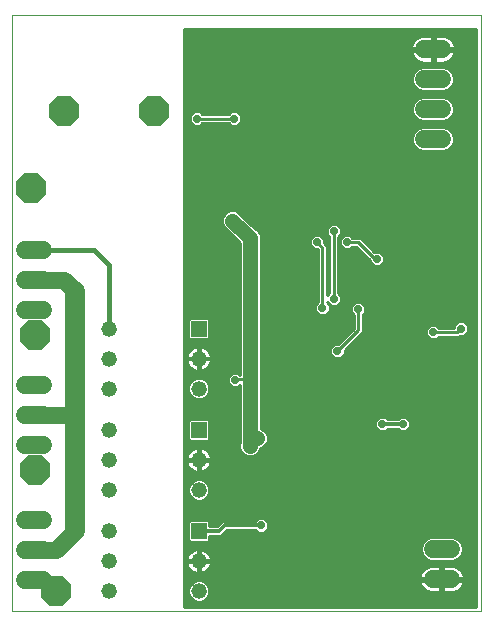
<source format=gbl>
G75*
G70*
%OFA0B0*%
%FSLAX24Y24*%
%IPPOS*%
%LPD*%
%AMOC8*
5,1,8,0,0,1.08239X$1,22.5*
%
%ADD10C,0.0000*%
%ADD11C,0.0594*%
%ADD12R,0.0520X0.0520*%
%ADD13C,0.0520*%
%ADD14C,0.0600*%
%ADD15OC8,0.1005*%
%ADD16OC8,0.1000*%
%ADD17C,0.0277*%
%ADD18C,0.0100*%
%ADD19C,0.0500*%
%ADD20C,0.0240*%
%ADD21C,0.0120*%
%ADD22C,0.0560*%
%ADD23C,0.0660*%
%ADD24C,0.0160*%
D10*
X001569Y001508D02*
X001569Y021380D01*
X017226Y021380D01*
X017226Y001508D01*
X001569Y001508D01*
D11*
X015316Y017238D02*
X015909Y017238D01*
X015909Y018238D02*
X015316Y018238D01*
X015316Y019238D02*
X015909Y019238D01*
X015909Y020238D02*
X015316Y020238D01*
X015603Y003575D02*
X016197Y003575D01*
X016197Y002575D02*
X015603Y002575D01*
D12*
X007800Y004175D03*
X007800Y007550D03*
X007800Y010925D03*
D13*
X007800Y009925D03*
X007800Y008925D03*
X007800Y006550D03*
X007800Y005550D03*
X007800Y003175D03*
X007800Y002175D03*
X004800Y002175D03*
X004800Y003175D03*
X004800Y004175D03*
X004800Y005550D03*
X004800Y006550D03*
X004800Y007550D03*
X004800Y008925D03*
X004800Y009925D03*
X004800Y010925D03*
D14*
X002600Y011550D02*
X002000Y011550D01*
X002000Y012550D02*
X002600Y012550D01*
X002600Y013550D02*
X002000Y013550D01*
X002000Y009050D02*
X002600Y009050D01*
X002600Y008050D02*
X002000Y008050D01*
X002000Y007050D02*
X002600Y007050D01*
X002600Y004550D02*
X002000Y004550D01*
X002000Y003550D02*
X002600Y003550D01*
X002600Y002550D02*
X002000Y002550D01*
D15*
X003038Y002163D03*
X002350Y006225D03*
X002350Y010725D03*
X002225Y015600D03*
D16*
X003300Y018175D03*
X006300Y018175D03*
D17*
X007413Y017250D03*
X007738Y017925D03*
X008988Y017925D03*
X007538Y016000D03*
X008925Y014525D03*
X009188Y014263D03*
X008250Y013575D03*
X008000Y011513D03*
X008500Y010825D03*
X009000Y009200D03*
X008975Y008000D03*
X009750Y007263D03*
X009500Y007013D03*
X010300Y006675D03*
X009363Y005425D03*
X009863Y004363D03*
X008550Y002825D03*
X008425Y001950D03*
X012675Y001950D03*
X013675Y001950D03*
X014050Y002450D03*
X014800Y002325D03*
X014925Y006738D03*
X015550Y007300D03*
X014613Y007738D03*
X013925Y007738D03*
X013650Y007038D03*
X014425Y008800D03*
X014188Y010475D03*
X014625Y011225D03*
X015613Y010800D03*
X016550Y010925D03*
X015500Y012200D03*
X013738Y013238D03*
X013625Y013638D03*
X013313Y013138D03*
X012738Y013800D03*
X012300Y014175D03*
X011738Y013800D03*
X011463Y011938D03*
X011925Y011613D03*
X012300Y011925D03*
X013113Y011563D03*
X012425Y010175D03*
X010425Y008050D03*
X010025Y012563D03*
X007475Y020250D03*
X016250Y014638D03*
D18*
X017050Y014608D02*
X009337Y014608D01*
X009435Y014510D02*
X017050Y014510D01*
X017050Y014411D02*
X012402Y014411D01*
X012399Y014414D02*
X012201Y014414D01*
X012061Y014274D01*
X012061Y014076D01*
X012150Y013988D01*
X012150Y012113D01*
X012075Y012038D01*
X012075Y013675D01*
X011976Y013774D01*
X011976Y013899D01*
X011836Y014039D01*
X011639Y014039D01*
X011499Y013899D01*
X011499Y013701D01*
X011639Y013561D01*
X011764Y013561D01*
X011775Y013551D01*
X011775Y011800D01*
X011686Y011712D01*
X011686Y011514D01*
X011826Y011374D01*
X012024Y011374D01*
X012164Y011514D01*
X012164Y011712D01*
X012075Y011800D01*
X012075Y011813D01*
X012201Y011686D01*
X012399Y011686D01*
X012539Y011826D01*
X012539Y012024D01*
X012450Y012113D01*
X012450Y013988D01*
X012539Y014076D01*
X012539Y014274D01*
X012399Y014414D01*
X012500Y014313D02*
X017050Y014313D01*
X017050Y014214D02*
X012539Y014214D01*
X012539Y014116D02*
X017050Y014116D01*
X017050Y014017D02*
X012858Y014017D01*
X012836Y014039D02*
X012639Y014039D01*
X012499Y013899D01*
X012499Y013701D01*
X012639Y013561D01*
X012836Y013561D01*
X012925Y013650D01*
X013050Y013650D01*
X013499Y013202D01*
X013499Y013139D01*
X013639Y012999D01*
X013836Y012999D01*
X013976Y013139D01*
X013976Y013337D01*
X013836Y013476D01*
X013648Y013476D01*
X013262Y013862D01*
X013175Y013950D01*
X012925Y013950D01*
X012836Y014039D01*
X012617Y014017D02*
X012480Y014017D01*
X012450Y013919D02*
X012518Y013919D01*
X012499Y013820D02*
X012450Y013820D01*
X012450Y013722D02*
X012499Y013722D01*
X012450Y013623D02*
X012577Y013623D01*
X012450Y013525D02*
X013176Y013525D01*
X013077Y013623D02*
X012898Y013623D01*
X012738Y013800D02*
X013113Y013800D01*
X013675Y013238D01*
X013738Y013238D01*
X013976Y013229D02*
X017050Y013229D01*
X017050Y013131D02*
X013968Y013131D01*
X013870Y013032D02*
X017050Y013032D01*
X017050Y012934D02*
X012450Y012934D01*
X012450Y013032D02*
X013605Y013032D01*
X013507Y013131D02*
X012450Y013131D01*
X012450Y013229D02*
X013471Y013229D01*
X013373Y013328D02*
X012450Y013328D01*
X012450Y013426D02*
X013274Y013426D01*
X013403Y013722D02*
X017050Y013722D01*
X017050Y013820D02*
X013305Y013820D01*
X013206Y013919D02*
X017050Y013919D01*
X017050Y013623D02*
X013502Y013623D01*
X013600Y013525D02*
X017050Y013525D01*
X017050Y013426D02*
X013887Y013426D01*
X013976Y013328D02*
X017050Y013328D01*
X017050Y012835D02*
X012450Y012835D01*
X012450Y012737D02*
X017050Y012737D01*
X017050Y012638D02*
X012450Y012638D01*
X012450Y012540D02*
X017050Y012540D01*
X017050Y012441D02*
X012450Y012441D01*
X012450Y012343D02*
X017050Y012343D01*
X017050Y012244D02*
X012450Y012244D01*
X012450Y012146D02*
X017050Y012146D01*
X017050Y012047D02*
X012516Y012047D01*
X012539Y011949D02*
X017050Y011949D01*
X017050Y011850D02*
X012539Y011850D01*
X012464Y011752D02*
X012964Y011752D01*
X013014Y011801D02*
X012874Y011662D01*
X012874Y011464D01*
X012963Y011375D01*
X012963Y010925D01*
X012452Y010414D01*
X012326Y010414D01*
X012186Y010274D01*
X012186Y010076D01*
X012326Y009936D01*
X012524Y009936D01*
X012664Y010076D01*
X012664Y010202D01*
X013175Y010713D01*
X013262Y010801D01*
X013262Y011375D01*
X013351Y011464D01*
X013351Y011662D01*
X013211Y011801D01*
X013014Y011801D01*
X012874Y011653D02*
X012164Y011653D01*
X012164Y011555D02*
X012874Y011555D01*
X012881Y011456D02*
X012106Y011456D01*
X011925Y011613D02*
X011925Y013613D01*
X011738Y013800D01*
X011976Y013820D02*
X012150Y013820D01*
X012150Y013722D02*
X012028Y013722D01*
X012075Y013623D02*
X012150Y013623D01*
X012150Y013525D02*
X012075Y013525D01*
X012075Y013426D02*
X012150Y013426D01*
X012150Y013328D02*
X012075Y013328D01*
X012075Y013229D02*
X012150Y013229D01*
X012150Y013131D02*
X012075Y013131D01*
X012075Y013032D02*
X012150Y013032D01*
X012150Y012934D02*
X012075Y012934D01*
X012075Y012835D02*
X012150Y012835D01*
X012150Y012737D02*
X012075Y012737D01*
X012075Y012638D02*
X012150Y012638D01*
X012150Y012540D02*
X012075Y012540D01*
X012075Y012441D02*
X012150Y012441D01*
X012150Y012343D02*
X012075Y012343D01*
X012075Y012244D02*
X012150Y012244D01*
X012150Y012146D02*
X012075Y012146D01*
X012075Y012047D02*
X012084Y012047D01*
X012300Y011925D02*
X012300Y014175D01*
X012120Y014017D02*
X011858Y014017D01*
X011957Y013919D02*
X012150Y013919D01*
X012061Y014116D02*
X009835Y014116D01*
X009844Y014094D02*
X009822Y014148D01*
X009814Y014156D01*
X009809Y014167D01*
X009765Y014205D01*
X009723Y014247D01*
X009713Y014251D01*
X009552Y014393D01*
X009123Y014822D01*
X008995Y014875D01*
X008855Y014875D01*
X008727Y014822D01*
X008628Y014723D01*
X008575Y014595D01*
X008575Y014456D01*
X008628Y014327D01*
X009024Y013931D01*
X009029Y013921D01*
X009073Y013882D01*
X009114Y013841D01*
X009125Y013837D01*
X009175Y013792D01*
X009175Y009388D01*
X009150Y009388D01*
X009099Y009439D01*
X008901Y009439D01*
X008761Y009299D01*
X008761Y009101D01*
X008901Y008961D01*
X009099Y008961D01*
X009175Y009038D01*
X009175Y007511D01*
X009161Y007498D01*
X009161Y007315D01*
X009175Y007302D01*
X009175Y007143D01*
X009150Y007082D01*
X009150Y006943D01*
X009203Y006814D01*
X009302Y006716D01*
X009430Y006663D01*
X009570Y006663D01*
X009698Y006716D01*
X009822Y006839D01*
X009859Y006929D01*
X009948Y006966D01*
X010047Y007064D01*
X010100Y007193D01*
X010100Y007332D01*
X010047Y007461D01*
X009948Y007559D01*
X009875Y007590D01*
X009875Y008432D01*
X009875Y013892D01*
X009879Y013903D01*
X009875Y013961D01*
X009875Y014020D01*
X009871Y014030D01*
X009870Y014041D01*
X009844Y014094D01*
X009875Y014017D02*
X011617Y014017D01*
X011518Y013919D02*
X009878Y013919D01*
X009875Y013820D02*
X011499Y013820D01*
X011499Y013722D02*
X009875Y013722D01*
X009875Y013623D02*
X011577Y013623D01*
X011775Y013525D02*
X009875Y013525D01*
X009875Y013426D02*
X011775Y013426D01*
X011775Y013328D02*
X009875Y013328D01*
X009875Y013229D02*
X011775Y013229D01*
X011775Y013131D02*
X009875Y013131D01*
X009875Y013032D02*
X011775Y013032D01*
X011775Y012934D02*
X009875Y012934D01*
X009875Y012835D02*
X011775Y012835D01*
X011775Y012737D02*
X009875Y012737D01*
X009875Y012638D02*
X011775Y012638D01*
X011775Y012540D02*
X009875Y012540D01*
X009875Y012441D02*
X011775Y012441D01*
X011775Y012343D02*
X009875Y012343D01*
X009875Y012244D02*
X011775Y012244D01*
X011775Y012146D02*
X009875Y012146D01*
X009875Y012047D02*
X011775Y012047D01*
X011775Y011949D02*
X009875Y011949D01*
X009875Y011850D02*
X011775Y011850D01*
X011726Y011752D02*
X009875Y011752D01*
X009875Y011653D02*
X011686Y011653D01*
X011686Y011555D02*
X009875Y011555D01*
X009875Y011456D02*
X011744Y011456D01*
X012124Y011752D02*
X012136Y011752D01*
X012903Y010865D02*
X009875Y010865D01*
X009875Y010767D02*
X012804Y010767D01*
X012706Y010668D02*
X009875Y010668D01*
X009875Y010570D02*
X012607Y010570D01*
X012509Y010471D02*
X009875Y010471D01*
X009875Y010373D02*
X012285Y010373D01*
X012186Y010274D02*
X009875Y010274D01*
X009875Y010176D02*
X012186Y010176D01*
X012186Y010077D02*
X009875Y010077D01*
X009875Y009979D02*
X012284Y009979D01*
X012425Y010175D02*
X013113Y010863D01*
X013113Y011563D01*
X013351Y011555D02*
X017050Y011555D01*
X017050Y011653D02*
X013351Y011653D01*
X013261Y011752D02*
X017050Y011752D01*
X017050Y011456D02*
X013344Y011456D01*
X013262Y011358D02*
X017050Y011358D01*
X017050Y011259D02*
X013262Y011259D01*
X013262Y011161D02*
X016448Y011161D01*
X016451Y011164D02*
X016311Y011024D01*
X016311Y010950D01*
X015800Y010950D01*
X015711Y011039D01*
X015514Y011039D01*
X015374Y010899D01*
X015374Y010701D01*
X015514Y010561D01*
X015711Y010561D01*
X015800Y010650D01*
X016487Y010650D01*
X016523Y010686D01*
X016649Y010686D01*
X016789Y010826D01*
X016789Y011024D01*
X016649Y011164D01*
X016451Y011164D01*
X016349Y011062D02*
X013262Y011062D01*
X013262Y010964D02*
X015438Y010964D01*
X015374Y010865D02*
X013262Y010865D01*
X013229Y010767D02*
X015374Y010767D01*
X015407Y010668D02*
X013130Y010668D01*
X013032Y010570D02*
X015505Y010570D01*
X015720Y010570D02*
X017050Y010570D01*
X017050Y010668D02*
X016505Y010668D01*
X016425Y010800D02*
X016550Y010925D01*
X016425Y010800D02*
X015613Y010800D01*
X015787Y010964D02*
X016311Y010964D01*
X016652Y011161D02*
X017050Y011161D01*
X017050Y011062D02*
X016751Y011062D01*
X016789Y010964D02*
X017050Y010964D01*
X017050Y010865D02*
X016789Y010865D01*
X016729Y010767D02*
X017050Y010767D01*
X017050Y010471D02*
X012933Y010471D01*
X012835Y010373D02*
X017050Y010373D01*
X017050Y010274D02*
X012736Y010274D01*
X012664Y010176D02*
X017050Y010176D01*
X017050Y010077D02*
X012664Y010077D01*
X012566Y009979D02*
X017050Y009979D01*
X017050Y009880D02*
X009875Y009880D01*
X009875Y009782D02*
X017050Y009782D01*
X017050Y009683D02*
X009875Y009683D01*
X009875Y009585D02*
X017050Y009585D01*
X017050Y009486D02*
X009875Y009486D01*
X009875Y009388D02*
X017050Y009388D01*
X017050Y009289D02*
X009875Y009289D01*
X009875Y009191D02*
X017050Y009191D01*
X017050Y009092D02*
X009875Y009092D01*
X009875Y008994D02*
X017050Y008994D01*
X017050Y008895D02*
X009875Y008895D01*
X009875Y008797D02*
X017050Y008797D01*
X017050Y008698D02*
X009875Y008698D01*
X009875Y008600D02*
X017050Y008600D01*
X017050Y008501D02*
X009875Y008501D01*
X009875Y008403D02*
X017050Y008403D01*
X017050Y008304D02*
X009875Y008304D01*
X009875Y008206D02*
X017050Y008206D01*
X017050Y008107D02*
X009875Y008107D01*
X009875Y008009D02*
X017050Y008009D01*
X017050Y007910D02*
X014778Y007910D01*
X014711Y007976D02*
X014851Y007837D01*
X014851Y007639D01*
X014711Y007499D01*
X014514Y007499D01*
X014435Y007578D01*
X014103Y007578D01*
X014024Y007499D01*
X013826Y007499D01*
X013686Y007639D01*
X013686Y007837D01*
X013826Y007976D01*
X014024Y007976D01*
X014103Y007898D01*
X014435Y007898D01*
X014514Y007976D01*
X014711Y007976D01*
X014851Y007812D02*
X017050Y007812D01*
X017050Y007713D02*
X014851Y007713D01*
X014827Y007615D02*
X017050Y007615D01*
X017050Y007516D02*
X014729Y007516D01*
X014496Y007516D02*
X014041Y007516D01*
X013809Y007516D02*
X009991Y007516D01*
X010065Y007418D02*
X017050Y007418D01*
X017050Y007319D02*
X010100Y007319D01*
X010100Y007221D02*
X017050Y007221D01*
X017050Y007122D02*
X010071Y007122D01*
X010006Y007024D02*
X017050Y007024D01*
X017050Y006925D02*
X009857Y006925D01*
X009809Y006827D02*
X017050Y006827D01*
X017050Y006728D02*
X009710Y006728D01*
X009290Y006728D02*
X008169Y006728D01*
X008180Y006708D02*
X008151Y006765D01*
X008113Y006817D01*
X008067Y006863D01*
X008015Y006901D01*
X007957Y006930D01*
X007896Y006950D01*
X007832Y006960D01*
X007830Y006960D01*
X007830Y006580D01*
X008210Y006580D01*
X008210Y006582D01*
X008200Y006646D01*
X008180Y006708D01*
X008203Y006630D02*
X017050Y006630D01*
X017050Y006531D02*
X007830Y006531D01*
X007830Y006520D02*
X007830Y006580D01*
X007770Y006580D01*
X007770Y006520D01*
X007830Y006520D01*
X007830Y006140D01*
X007832Y006140D01*
X007896Y006150D01*
X007957Y006170D01*
X008015Y006200D01*
X008067Y006237D01*
X008113Y006283D01*
X008151Y006335D01*
X008180Y006393D01*
X008200Y006454D01*
X008210Y006518D01*
X008210Y006520D01*
X007830Y006520D01*
X007770Y006520D02*
X007770Y006140D01*
X007768Y006140D01*
X007704Y006150D01*
X007643Y006170D01*
X007585Y006200D01*
X007533Y006237D01*
X007487Y006283D01*
X007449Y006335D01*
X007420Y006393D01*
X007400Y006454D01*
X007390Y006518D01*
X007390Y006520D01*
X007770Y006520D01*
X007770Y006531D02*
X007300Y006531D01*
X007300Y006433D02*
X007407Y006433D01*
X007450Y006334D02*
X007300Y006334D01*
X007300Y006236D02*
X007535Y006236D01*
X007770Y006236D02*
X007830Y006236D01*
X007830Y006334D02*
X007770Y006334D01*
X007770Y006433D02*
X007830Y006433D01*
X007770Y006580D02*
X007390Y006580D01*
X007390Y006582D01*
X007400Y006646D01*
X007420Y006708D01*
X007449Y006765D01*
X007487Y006817D01*
X007533Y006863D01*
X007585Y006901D01*
X007643Y006930D01*
X007704Y006950D01*
X007768Y006960D01*
X007770Y006960D01*
X007770Y006580D01*
X007770Y006630D02*
X007830Y006630D01*
X007830Y006728D02*
X007770Y006728D01*
X007770Y006827D02*
X007830Y006827D01*
X007830Y006925D02*
X007770Y006925D01*
X007633Y006925D02*
X007300Y006925D01*
X007300Y006827D02*
X007497Y006827D01*
X007431Y006728D02*
X007300Y006728D01*
X007300Y006630D02*
X007397Y006630D01*
X007300Y007024D02*
X009150Y007024D01*
X009157Y006925D02*
X007967Y006925D01*
X008103Y006827D02*
X009198Y006827D01*
X009167Y007122D02*
X007300Y007122D01*
X007300Y007221D02*
X007468Y007221D01*
X007440Y007249D02*
X007499Y007190D01*
X008101Y007190D01*
X008160Y007249D01*
X008160Y007852D01*
X008101Y007910D01*
X007499Y007910D01*
X007440Y007852D01*
X007440Y007249D01*
X007440Y007319D02*
X007300Y007319D01*
X007300Y007418D02*
X007440Y007418D01*
X007440Y007516D02*
X007300Y007516D01*
X007300Y007615D02*
X007440Y007615D01*
X007440Y007713D02*
X007300Y007713D01*
X007300Y007812D02*
X007440Y007812D01*
X007300Y007910D02*
X009175Y007910D01*
X009175Y007812D02*
X008160Y007812D01*
X008160Y007713D02*
X009175Y007713D01*
X009175Y007615D02*
X008160Y007615D01*
X008160Y007516D02*
X009175Y007516D01*
X009161Y007418D02*
X008160Y007418D01*
X008160Y007319D02*
X009161Y007319D01*
X009175Y007221D02*
X008132Y007221D01*
X008193Y006433D02*
X017050Y006433D01*
X017050Y006334D02*
X008150Y006334D01*
X008065Y006236D02*
X017050Y006236D01*
X017050Y006137D02*
X007300Y006137D01*
X007300Y006039D02*
X017050Y006039D01*
X017050Y005940D02*
X007300Y005940D01*
X007300Y005842D02*
X007582Y005842D01*
X007596Y005855D02*
X007495Y005754D01*
X007440Y005622D01*
X007440Y005479D01*
X007495Y005346D01*
X007596Y005245D01*
X007728Y005190D01*
X007872Y005190D01*
X008004Y005245D01*
X008105Y005346D01*
X008160Y005479D01*
X008160Y005622D01*
X008105Y005754D01*
X008004Y005855D01*
X007872Y005910D01*
X007728Y005910D01*
X007596Y005855D01*
X007490Y005743D02*
X007300Y005743D01*
X007300Y005645D02*
X007449Y005645D01*
X007440Y005546D02*
X007300Y005546D01*
X007300Y005448D02*
X007453Y005448D01*
X007494Y005349D02*
X007300Y005349D01*
X007300Y005251D02*
X007590Y005251D01*
X007300Y005152D02*
X017050Y005152D01*
X017050Y005054D02*
X007300Y005054D01*
X007300Y004955D02*
X017050Y004955D01*
X017050Y004857D02*
X007300Y004857D01*
X007300Y004758D02*
X017050Y004758D01*
X017050Y004660D02*
X007300Y004660D01*
X007300Y004561D02*
X009723Y004561D01*
X009685Y004523D02*
X008609Y004523D01*
X008421Y004335D01*
X008160Y004335D01*
X008160Y004477D01*
X008101Y004535D01*
X007499Y004535D01*
X007440Y004477D01*
X007440Y003874D01*
X007499Y003815D01*
X008101Y003815D01*
X008160Y003874D01*
X008160Y004015D01*
X008554Y004015D01*
X008741Y004203D01*
X009685Y004203D01*
X009764Y004124D01*
X009961Y004124D01*
X010101Y004264D01*
X010101Y004462D01*
X009961Y004601D01*
X009764Y004601D01*
X009685Y004523D01*
X010002Y004561D02*
X017050Y004561D01*
X017050Y004463D02*
X010100Y004463D01*
X010101Y004364D02*
X017050Y004364D01*
X017050Y004266D02*
X010101Y004266D01*
X010005Y004167D02*
X017050Y004167D01*
X017050Y004069D02*
X008607Y004069D01*
X008706Y004167D02*
X009720Y004167D01*
X008549Y004463D02*
X008160Y004463D01*
X008160Y004364D02*
X008450Y004364D01*
X008160Y003970D02*
X015520Y003970D01*
X015524Y003972D02*
X015378Y003912D01*
X015267Y003800D01*
X015206Y003654D01*
X015206Y003496D01*
X015267Y003350D01*
X015378Y003239D01*
X015524Y003178D01*
X016276Y003178D01*
X016422Y003239D01*
X016533Y003350D01*
X016594Y003496D01*
X016594Y003654D01*
X016533Y003800D01*
X016422Y003912D01*
X016276Y003972D01*
X015524Y003972D01*
X015338Y003872D02*
X008158Y003872D01*
X008015Y003526D02*
X007957Y003555D01*
X007896Y003575D01*
X007832Y003585D01*
X007830Y003585D01*
X007830Y003205D01*
X008210Y003205D01*
X008210Y003207D01*
X008200Y003271D01*
X008180Y003333D01*
X008151Y003390D01*
X008113Y003442D01*
X008067Y003488D01*
X008015Y003526D01*
X008077Y003478D02*
X015214Y003478D01*
X015206Y003576D02*
X007889Y003576D01*
X007830Y003576D02*
X007770Y003576D01*
X007770Y003585D02*
X007768Y003585D01*
X007704Y003575D01*
X007643Y003555D01*
X007585Y003526D01*
X007533Y003488D01*
X007487Y003442D01*
X007449Y003390D01*
X007420Y003333D01*
X007400Y003271D01*
X007390Y003207D01*
X007390Y003205D01*
X007770Y003205D01*
X007770Y003145D01*
X007830Y003145D01*
X007830Y002765D01*
X007832Y002765D01*
X007896Y002775D01*
X007957Y002795D01*
X008015Y002825D01*
X008067Y002862D01*
X008113Y002908D01*
X008151Y002960D01*
X008180Y003018D01*
X008200Y003079D01*
X008210Y003143D01*
X008210Y003145D01*
X007830Y003145D01*
X007830Y003205D01*
X007770Y003205D01*
X007770Y003585D01*
X007711Y003576D02*
X007300Y003576D01*
X007300Y003478D02*
X007523Y003478D01*
X007444Y003379D02*
X007300Y003379D01*
X007300Y003281D02*
X007403Y003281D01*
X007390Y003145D02*
X007390Y003143D01*
X007400Y003079D01*
X007420Y003018D01*
X007449Y002960D01*
X007487Y002908D01*
X007533Y002862D01*
X007585Y002825D01*
X007643Y002795D01*
X007704Y002775D01*
X007768Y002765D01*
X007770Y002765D01*
X007770Y003145D01*
X007390Y003145D01*
X007399Y003084D02*
X007300Y003084D01*
X007300Y003182D02*
X007770Y003182D01*
X007830Y003182D02*
X015515Y003182D01*
X015568Y003022D02*
X015499Y003011D01*
X015432Y002989D01*
X015369Y002957D01*
X015312Y002916D01*
X015262Y002866D01*
X015221Y002809D01*
X015189Y002747D01*
X015167Y002680D01*
X015158Y002624D01*
X015852Y002624D01*
X015852Y003022D01*
X015568Y003022D01*
X015424Y002985D02*
X008163Y002985D01*
X008201Y003084D02*
X017050Y003084D01*
X017050Y003182D02*
X016285Y003182D01*
X016232Y003022D02*
X015948Y003022D01*
X015948Y002624D01*
X015852Y002624D01*
X015852Y002527D01*
X015948Y002527D01*
X015948Y002128D01*
X016232Y002128D01*
X016301Y002139D01*
X016368Y002161D01*
X016431Y002193D01*
X016488Y002234D01*
X016538Y002284D01*
X016579Y002341D01*
X016611Y002404D01*
X016633Y002471D01*
X016642Y002527D01*
X015948Y002527D01*
X015948Y002624D01*
X016642Y002624D01*
X016633Y002680D01*
X016611Y002747D01*
X016579Y002809D01*
X016538Y002866D01*
X016488Y002916D01*
X016431Y002957D01*
X016368Y002989D01*
X016301Y003011D01*
X016232Y003022D01*
X016376Y002985D02*
X017050Y002985D01*
X017050Y002887D02*
X016517Y002887D01*
X016590Y002788D02*
X017050Y002788D01*
X017050Y002690D02*
X016629Y002690D01*
X016636Y002493D02*
X017050Y002493D01*
X017050Y002591D02*
X015948Y002591D01*
X015852Y002591D02*
X007300Y002591D01*
X007300Y002493D02*
X007626Y002493D01*
X007596Y002480D02*
X007495Y002379D01*
X007440Y002247D01*
X007440Y002104D01*
X007495Y001971D01*
X007596Y001870D01*
X007728Y001815D01*
X007872Y001815D01*
X008004Y001870D01*
X008105Y001971D01*
X008160Y002104D01*
X008160Y002247D01*
X008105Y002379D01*
X008004Y002480D01*
X007872Y002535D01*
X007728Y002535D01*
X007596Y002480D01*
X007510Y002394D02*
X007300Y002394D01*
X007300Y002296D02*
X007460Y002296D01*
X007440Y002197D02*
X007300Y002197D01*
X007300Y002099D02*
X007442Y002099D01*
X007483Y002000D02*
X007300Y002000D01*
X007300Y001902D02*
X007564Y001902D01*
X007300Y001803D02*
X017050Y001803D01*
X017050Y001705D02*
X007300Y001705D01*
X007300Y001658D02*
X007300Y020925D01*
X017050Y020925D01*
X017050Y001658D01*
X007300Y001658D01*
X007974Y002493D02*
X015164Y002493D01*
X015167Y002471D02*
X015189Y002404D01*
X015221Y002341D01*
X015262Y002284D01*
X015312Y002234D01*
X015369Y002193D01*
X015432Y002161D01*
X015499Y002139D01*
X015568Y002128D01*
X015852Y002128D01*
X015852Y002527D01*
X015158Y002527D01*
X015167Y002471D01*
X015194Y002394D02*
X008090Y002394D01*
X008140Y002296D02*
X015254Y002296D01*
X015363Y002197D02*
X008160Y002197D01*
X008158Y002099D02*
X017050Y002099D01*
X017050Y002197D02*
X016437Y002197D01*
X016546Y002296D02*
X017050Y002296D01*
X017050Y002394D02*
X016606Y002394D01*
X017050Y002000D02*
X008117Y002000D01*
X008036Y001902D02*
X017050Y001902D01*
X015948Y002197D02*
X015852Y002197D01*
X015852Y002296D02*
X015948Y002296D01*
X015948Y002394D02*
X015852Y002394D01*
X015852Y002493D02*
X015948Y002493D01*
X015948Y002690D02*
X015852Y002690D01*
X015852Y002788D02*
X015948Y002788D01*
X015948Y002887D02*
X015852Y002887D01*
X015852Y002985D02*
X015948Y002985D01*
X016464Y003281D02*
X017050Y003281D01*
X017050Y003379D02*
X016545Y003379D01*
X016586Y003478D02*
X017050Y003478D01*
X017050Y003576D02*
X016594Y003576D01*
X016585Y003675D02*
X017050Y003675D01*
X017050Y003773D02*
X016544Y003773D01*
X016462Y003872D02*
X017050Y003872D01*
X017050Y003970D02*
X016280Y003970D01*
X015336Y003281D02*
X008197Y003281D01*
X008156Y003379D02*
X015255Y003379D01*
X015215Y003675D02*
X007300Y003675D01*
X007300Y003773D02*
X015256Y003773D01*
X015283Y002887D02*
X008091Y002887D01*
X007936Y002788D02*
X015210Y002788D01*
X015171Y002690D02*
X007300Y002690D01*
X007300Y002788D02*
X007664Y002788D01*
X007770Y002788D02*
X007830Y002788D01*
X007830Y002887D02*
X007770Y002887D01*
X007770Y002985D02*
X007830Y002985D01*
X007830Y003084D02*
X007770Y003084D01*
X007770Y003281D02*
X007830Y003281D01*
X007830Y003379D02*
X007770Y003379D01*
X007770Y003478D02*
X007830Y003478D01*
X007509Y002887D02*
X007300Y002887D01*
X007300Y002985D02*
X007437Y002985D01*
X007442Y003872D02*
X007300Y003872D01*
X007300Y003970D02*
X007440Y003970D01*
X007440Y004069D02*
X007300Y004069D01*
X007300Y004167D02*
X007440Y004167D01*
X007440Y004266D02*
X007300Y004266D01*
X007300Y004364D02*
X007440Y004364D01*
X007440Y004463D02*
X007300Y004463D01*
X008010Y005251D02*
X017050Y005251D01*
X017050Y005349D02*
X008106Y005349D01*
X008147Y005448D02*
X017050Y005448D01*
X017050Y005546D02*
X008160Y005546D01*
X008151Y005645D02*
X017050Y005645D01*
X017050Y005743D02*
X008110Y005743D01*
X008018Y005842D02*
X017050Y005842D01*
X014447Y007910D02*
X014090Y007910D01*
X013760Y007910D02*
X009875Y007910D01*
X009875Y007812D02*
X013686Y007812D01*
X013686Y007713D02*
X009875Y007713D01*
X009875Y007615D02*
X013710Y007615D01*
X012963Y010964D02*
X009875Y010964D01*
X009875Y011062D02*
X012963Y011062D01*
X012963Y011161D02*
X009875Y011161D01*
X009875Y011259D02*
X012963Y011259D01*
X012963Y011358D02*
X009875Y011358D01*
X009550Y011838D02*
X009525Y011863D01*
X009175Y011850D02*
X007300Y011850D01*
X007300Y011752D02*
X009175Y011752D01*
X009175Y011653D02*
X007300Y011653D01*
X007300Y011555D02*
X009175Y011555D01*
X009175Y011456D02*
X007300Y011456D01*
X007300Y011358D02*
X009175Y011358D01*
X009175Y011259D02*
X008127Y011259D01*
X008101Y011285D02*
X008160Y011227D01*
X008160Y010624D01*
X008101Y010565D01*
X007499Y010565D01*
X007440Y010624D01*
X007440Y011227D01*
X007499Y011285D01*
X008101Y011285D01*
X008160Y011161D02*
X009175Y011161D01*
X009175Y011062D02*
X008160Y011062D01*
X008160Y010964D02*
X009175Y010964D01*
X009175Y010865D02*
X008160Y010865D01*
X008160Y010767D02*
X009175Y010767D01*
X009175Y010668D02*
X008160Y010668D01*
X008106Y010570D02*
X009175Y010570D01*
X009175Y010471D02*
X007300Y010471D01*
X007300Y010373D02*
X009175Y010373D01*
X009175Y010274D02*
X008017Y010274D01*
X008015Y010276D02*
X007957Y010305D01*
X007896Y010325D01*
X007832Y010335D01*
X007830Y010335D01*
X007830Y009955D01*
X008210Y009955D01*
X008210Y009957D01*
X008200Y010021D01*
X008180Y010083D01*
X008151Y010140D01*
X008113Y010192D01*
X008067Y010238D01*
X008015Y010276D01*
X008125Y010176D02*
X009175Y010176D01*
X009175Y010077D02*
X008182Y010077D01*
X008207Y009979D02*
X009175Y009979D01*
X009175Y009880D02*
X008208Y009880D01*
X008210Y009893D02*
X008210Y009895D01*
X007830Y009895D01*
X007830Y009515D01*
X007832Y009515D01*
X007896Y009525D01*
X007957Y009545D01*
X008015Y009575D01*
X008067Y009612D01*
X008113Y009658D01*
X008151Y009710D01*
X008180Y009768D01*
X008200Y009829D01*
X008210Y009893D01*
X008184Y009782D02*
X009175Y009782D01*
X009175Y009683D02*
X008131Y009683D01*
X008029Y009585D02*
X009175Y009585D01*
X009175Y009486D02*
X007300Y009486D01*
X007300Y009388D02*
X008850Y009388D01*
X008761Y009289D02*
X007300Y009289D01*
X007300Y009191D02*
X007556Y009191D01*
X007596Y009230D02*
X007495Y009129D01*
X007440Y008997D01*
X007440Y008854D01*
X007495Y008721D01*
X007596Y008620D01*
X007728Y008565D01*
X007872Y008565D01*
X008004Y008620D01*
X008105Y008721D01*
X008160Y008854D01*
X008160Y008997D01*
X008105Y009129D01*
X008004Y009230D01*
X007872Y009285D01*
X007728Y009285D01*
X007596Y009230D01*
X007480Y009092D02*
X007300Y009092D01*
X007300Y008994D02*
X007440Y008994D01*
X007440Y008895D02*
X007300Y008895D01*
X007300Y008797D02*
X007464Y008797D01*
X007518Y008698D02*
X007300Y008698D01*
X007300Y008600D02*
X007645Y008600D01*
X007955Y008600D02*
X009175Y008600D01*
X009175Y008698D02*
X008082Y008698D01*
X008136Y008797D02*
X009175Y008797D01*
X009175Y008895D02*
X008160Y008895D01*
X008160Y008994D02*
X008869Y008994D01*
X008770Y009092D02*
X008120Y009092D01*
X008044Y009191D02*
X008761Y009191D01*
X009000Y009200D02*
X009038Y009238D01*
X009300Y009238D01*
X009500Y009038D01*
X009500Y009013D01*
X009525Y008988D01*
X009175Y008994D02*
X009131Y008994D01*
X009150Y009388D02*
X009175Y009388D01*
X009175Y008501D02*
X007300Y008501D01*
X007300Y008403D02*
X009175Y008403D01*
X009175Y008304D02*
X007300Y008304D01*
X007300Y008206D02*
X009175Y008206D01*
X009175Y008107D02*
X007300Y008107D01*
X007300Y008009D02*
X009175Y008009D01*
X009488Y008325D02*
X009525Y008363D01*
X010540Y007375D02*
X010488Y007322D01*
X007830Y009585D02*
X007770Y009585D01*
X007770Y009515D02*
X007770Y009895D01*
X007830Y009895D01*
X007830Y009955D01*
X007770Y009955D01*
X007770Y009895D01*
X007390Y009895D01*
X007390Y009893D01*
X007400Y009829D01*
X007420Y009768D01*
X007449Y009710D01*
X007487Y009658D01*
X007533Y009612D01*
X007585Y009575D01*
X007643Y009545D01*
X007704Y009525D01*
X007768Y009515D01*
X007770Y009515D01*
X007770Y009683D02*
X007830Y009683D01*
X007830Y009782D02*
X007770Y009782D01*
X007770Y009880D02*
X007830Y009880D01*
X007770Y009955D02*
X007390Y009955D01*
X007390Y009957D01*
X007400Y010021D01*
X007420Y010083D01*
X007449Y010140D01*
X007487Y010192D01*
X007533Y010238D01*
X007585Y010276D01*
X007643Y010305D01*
X007704Y010325D01*
X007768Y010335D01*
X007770Y010335D01*
X007770Y009955D01*
X007770Y009979D02*
X007830Y009979D01*
X007830Y010077D02*
X007770Y010077D01*
X007770Y010176D02*
X007830Y010176D01*
X007830Y010274D02*
X007770Y010274D01*
X007583Y010274D02*
X007300Y010274D01*
X007300Y010176D02*
X007475Y010176D01*
X007418Y010077D02*
X007300Y010077D01*
X007300Y009979D02*
X007393Y009979D01*
X007392Y009880D02*
X007300Y009880D01*
X007300Y009782D02*
X007416Y009782D01*
X007469Y009683D02*
X007300Y009683D01*
X007300Y009585D02*
X007571Y009585D01*
X007494Y010570D02*
X007300Y010570D01*
X007300Y010668D02*
X007440Y010668D01*
X007440Y010767D02*
X007300Y010767D01*
X007300Y010865D02*
X007440Y010865D01*
X007440Y010964D02*
X007300Y010964D01*
X007300Y011062D02*
X007440Y011062D01*
X007440Y011161D02*
X007300Y011161D01*
X007300Y011259D02*
X007473Y011259D01*
X007300Y011949D02*
X009175Y011949D01*
X009175Y012047D02*
X007300Y012047D01*
X007300Y012146D02*
X009175Y012146D01*
X009175Y012244D02*
X007300Y012244D01*
X007300Y012343D02*
X009175Y012343D01*
X009175Y012441D02*
X007300Y012441D01*
X007300Y012540D02*
X009175Y012540D01*
X009175Y012638D02*
X007300Y012638D01*
X007300Y012737D02*
X009175Y012737D01*
X009175Y012835D02*
X007300Y012835D01*
X007300Y012934D02*
X009175Y012934D01*
X009175Y013032D02*
X007300Y013032D01*
X007300Y013131D02*
X009175Y013131D01*
X009175Y013229D02*
X007300Y013229D01*
X007300Y013328D02*
X009175Y013328D01*
X009175Y013426D02*
X007300Y013426D01*
X007300Y013525D02*
X009175Y013525D01*
X009175Y013623D02*
X007300Y013623D01*
X007300Y013722D02*
X009175Y013722D01*
X009143Y013820D02*
X007300Y013820D01*
X007300Y013919D02*
X009032Y013919D01*
X008938Y014017D02*
X007300Y014017D01*
X007300Y014116D02*
X008840Y014116D01*
X008741Y014214D02*
X007300Y014214D01*
X007300Y014313D02*
X008643Y014313D01*
X008593Y014411D02*
X007300Y014411D01*
X007300Y014510D02*
X008575Y014510D01*
X008581Y014608D02*
X007300Y014608D01*
X007300Y014707D02*
X008621Y014707D01*
X008710Y014805D02*
X007300Y014805D01*
X007300Y014904D02*
X017050Y014904D01*
X017050Y015002D02*
X007300Y015002D01*
X007300Y015101D02*
X017050Y015101D01*
X017050Y015199D02*
X007300Y015199D01*
X007300Y015298D02*
X017050Y015298D01*
X017050Y015396D02*
X007300Y015396D01*
X007300Y015495D02*
X017050Y015495D01*
X017050Y015593D02*
X007300Y015593D01*
X007300Y015692D02*
X017050Y015692D01*
X017050Y015790D02*
X007300Y015790D01*
X007300Y015889D02*
X017050Y015889D01*
X017050Y015987D02*
X007300Y015987D01*
X007300Y016086D02*
X017050Y016086D01*
X017050Y016184D02*
X007300Y016184D01*
X007300Y016283D02*
X017050Y016283D01*
X017050Y016381D02*
X007300Y016381D01*
X007300Y016480D02*
X017050Y016480D01*
X017050Y016578D02*
X007300Y016578D01*
X007300Y016677D02*
X017050Y016677D01*
X017050Y016775D02*
X007300Y016775D01*
X007300Y016874D02*
X015157Y016874D01*
X015091Y016901D02*
X015237Y016841D01*
X015988Y016841D01*
X016134Y016901D01*
X016246Y017013D01*
X016306Y017159D01*
X016306Y017317D01*
X016246Y017462D01*
X016134Y017574D01*
X015988Y017635D01*
X015237Y017635D01*
X015091Y017574D01*
X014979Y017462D01*
X014919Y017317D01*
X014919Y017159D01*
X014979Y017013D01*
X015091Y016901D01*
X015020Y016972D02*
X007300Y016972D01*
X007300Y017071D02*
X014955Y017071D01*
X014919Y017169D02*
X007300Y017169D01*
X007300Y017268D02*
X014919Y017268D01*
X014939Y017366D02*
X007300Y017366D01*
X007300Y017465D02*
X014981Y017465D01*
X015080Y017563D02*
X007300Y017563D01*
X007300Y017662D02*
X017050Y017662D01*
X017050Y017760D02*
X009160Y017760D01*
X009226Y017826D02*
X009226Y018024D01*
X009086Y018164D01*
X008889Y018164D01*
X008800Y018075D01*
X007925Y018075D01*
X007836Y018164D01*
X007639Y018164D01*
X007499Y018024D01*
X007499Y017826D01*
X007639Y017686D01*
X007836Y017686D01*
X007925Y017775D01*
X008800Y017775D01*
X008889Y017686D01*
X009086Y017686D01*
X009226Y017826D01*
X009226Y017859D02*
X015194Y017859D01*
X015237Y017841D02*
X015988Y017841D01*
X016134Y017901D01*
X016246Y018013D01*
X016306Y018159D01*
X016306Y018317D01*
X016246Y018462D01*
X016134Y018574D01*
X015988Y018635D01*
X015237Y018635D01*
X015091Y018574D01*
X014979Y018462D01*
X014919Y018317D01*
X014919Y018159D01*
X014979Y018013D01*
X015091Y017901D01*
X015237Y017841D01*
X015035Y017957D02*
X009226Y017957D01*
X009195Y018056D02*
X014961Y018056D01*
X014921Y018154D02*
X009096Y018154D01*
X008879Y018154D02*
X007846Y018154D01*
X007738Y017925D02*
X008988Y017925D01*
X008815Y017760D02*
X007910Y017760D01*
X007565Y017760D02*
X007300Y017760D01*
X007300Y017859D02*
X007499Y017859D01*
X007499Y017957D02*
X007300Y017957D01*
X007300Y018056D02*
X007530Y018056D01*
X007629Y018154D02*
X007300Y018154D01*
X007300Y018253D02*
X014919Y018253D01*
X014933Y018351D02*
X007300Y018351D01*
X007300Y018450D02*
X014974Y018450D01*
X015065Y018548D02*
X007300Y018548D01*
X007300Y018647D02*
X017050Y018647D01*
X017050Y018745D02*
X007300Y018745D01*
X007300Y018844D02*
X015230Y018844D01*
X015237Y018841D02*
X015988Y018841D01*
X016134Y018901D01*
X016246Y019013D01*
X016306Y019159D01*
X016306Y019317D01*
X016246Y019462D01*
X016134Y019574D01*
X015988Y019635D01*
X015237Y019635D01*
X015091Y019574D01*
X014979Y019462D01*
X014919Y019317D01*
X014919Y019159D01*
X014979Y019013D01*
X015091Y018901D01*
X015237Y018841D01*
X015050Y018942D02*
X007300Y018942D01*
X007300Y019041D02*
X014968Y019041D01*
X014927Y019139D02*
X007300Y019139D01*
X007300Y019238D02*
X014919Y019238D01*
X014927Y019336D02*
X007300Y019336D01*
X007300Y019435D02*
X014968Y019435D01*
X015050Y019533D02*
X007300Y019533D01*
X007300Y019632D02*
X015230Y019632D01*
X015280Y019791D02*
X015564Y019791D01*
X015564Y020189D01*
X015661Y020189D01*
X015661Y019791D01*
X015945Y019791D01*
X016014Y019802D01*
X016081Y019824D01*
X016144Y019855D01*
X016200Y019897D01*
X016250Y019947D01*
X016292Y020003D01*
X016323Y020066D01*
X016345Y020133D01*
X016354Y020189D01*
X015661Y020189D01*
X015661Y020286D01*
X016354Y020286D01*
X016345Y020342D01*
X016323Y020409D01*
X016292Y020472D01*
X016250Y020529D01*
X016200Y020579D01*
X016144Y020620D01*
X016081Y020652D01*
X016014Y020674D01*
X015945Y020685D01*
X015661Y020685D01*
X015661Y020286D01*
X015564Y020286D01*
X015564Y020189D01*
X014871Y020189D01*
X014880Y020133D01*
X014902Y020066D01*
X014933Y020003D01*
X014975Y019947D01*
X015025Y019897D01*
X015081Y019855D01*
X015144Y019824D01*
X015211Y019802D01*
X015280Y019791D01*
X015134Y019829D02*
X007300Y019829D01*
X007300Y019927D02*
X014994Y019927D01*
X014922Y020026D02*
X007300Y020026D01*
X007300Y020124D02*
X014883Y020124D01*
X014871Y020286D02*
X015564Y020286D01*
X015564Y020685D01*
X015280Y020685D01*
X015211Y020674D01*
X015144Y020652D01*
X015081Y020620D01*
X015025Y020579D01*
X014975Y020529D01*
X014933Y020472D01*
X014902Y020409D01*
X014880Y020342D01*
X014871Y020286D01*
X014876Y020321D02*
X007300Y020321D01*
X007300Y020223D02*
X015564Y020223D01*
X015661Y020223D02*
X017050Y020223D01*
X017050Y020321D02*
X016349Y020321D01*
X016318Y020420D02*
X017050Y020420D01*
X017050Y020518D02*
X016258Y020518D01*
X016148Y020617D02*
X017050Y020617D01*
X017050Y020715D02*
X007300Y020715D01*
X007300Y020617D02*
X015077Y020617D01*
X014967Y020518D02*
X007300Y020518D01*
X007300Y020420D02*
X014907Y020420D01*
X015564Y020420D02*
X015661Y020420D01*
X015661Y020518D02*
X015564Y020518D01*
X015564Y020617D02*
X015661Y020617D01*
X015661Y020321D02*
X015564Y020321D01*
X015564Y020124D02*
X015661Y020124D01*
X015661Y020026D02*
X015564Y020026D01*
X015564Y019927D02*
X015661Y019927D01*
X015661Y019829D02*
X015564Y019829D01*
X015995Y019632D02*
X017050Y019632D01*
X017050Y019730D02*
X007300Y019730D01*
X007300Y020814D02*
X017050Y020814D01*
X017050Y020912D02*
X007300Y020912D01*
X009140Y014805D02*
X017050Y014805D01*
X017050Y014707D02*
X009238Y014707D01*
X009534Y014411D02*
X012198Y014411D01*
X012100Y014313D02*
X009643Y014313D01*
X009756Y014214D02*
X012061Y014214D01*
X015995Y018844D02*
X017050Y018844D01*
X017050Y018942D02*
X016175Y018942D01*
X016257Y019041D02*
X017050Y019041D01*
X017050Y019139D02*
X016298Y019139D01*
X016306Y019238D02*
X017050Y019238D01*
X017050Y019336D02*
X016298Y019336D01*
X016257Y019435D02*
X017050Y019435D01*
X017050Y019533D02*
X016175Y019533D01*
X016091Y019829D02*
X017050Y019829D01*
X017050Y019927D02*
X016231Y019927D01*
X016303Y020026D02*
X017050Y020026D01*
X017050Y020124D02*
X016342Y020124D01*
X016160Y018548D02*
X017050Y018548D01*
X017050Y018450D02*
X016251Y018450D01*
X016292Y018351D02*
X017050Y018351D01*
X017050Y018253D02*
X016306Y018253D01*
X016304Y018154D02*
X017050Y018154D01*
X017050Y018056D02*
X016264Y018056D01*
X016190Y017957D02*
X017050Y017957D01*
X017050Y017859D02*
X016031Y017859D01*
X016145Y017563D02*
X017050Y017563D01*
X017050Y017465D02*
X016244Y017465D01*
X016286Y017366D02*
X017050Y017366D01*
X017050Y017268D02*
X016306Y017268D01*
X016306Y017169D02*
X017050Y017169D01*
X017050Y017071D02*
X016270Y017071D01*
X016205Y016972D02*
X017050Y016972D01*
X017050Y016874D02*
X016068Y016874D01*
D19*
X009525Y013950D02*
X009525Y011863D01*
X009525Y008988D01*
X009525Y008363D01*
X009525Y007238D01*
X009550Y007263D01*
X009750Y007263D01*
X009525Y007238D02*
X009525Y007038D01*
X009500Y007013D01*
X009525Y013950D02*
X009313Y014138D01*
X008925Y014525D01*
D20*
X009381Y007406D02*
X009525Y007263D01*
X009550Y007263D01*
D21*
X009381Y007406D02*
X009444Y007469D01*
X009863Y004363D02*
X008675Y004363D01*
X008488Y004175D01*
X007800Y004175D01*
X013925Y007738D02*
X014613Y007738D01*
D22*
X003675Y008050D02*
X002300Y008050D01*
X003675Y004175D02*
X003050Y003550D01*
X002300Y003550D01*
X003675Y012175D02*
X003300Y012550D01*
X002300Y012550D01*
D23*
X003675Y012175D02*
X003675Y008050D01*
X003675Y004175D01*
D24*
X004800Y010925D02*
X004800Y013050D01*
X004300Y013550D01*
X002300Y013550D01*
M02*

</source>
